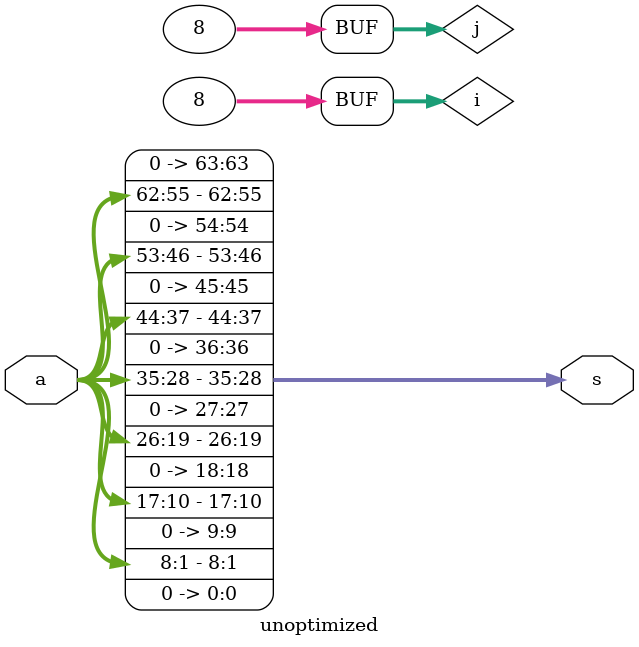
<source format=v>
module unoptimized
#(  parameter    W = 8,
    parameter    H = 8)
(
    input [W*H-1:0] a,
    output reg [W*H-1:0] s
);

integer i, j;
always @ (a) begin
    for (i = 0; i < W; i = i + 1) begin
        for (j = 0; j < H; j = j + 1) begin
             s[i*H+j] = a[i*H+j];
         end
    end

    for (i = 0; i < W; i = i + 1) begin
             s[i*H+i] = 0;
    end
end
endmodule

</source>
